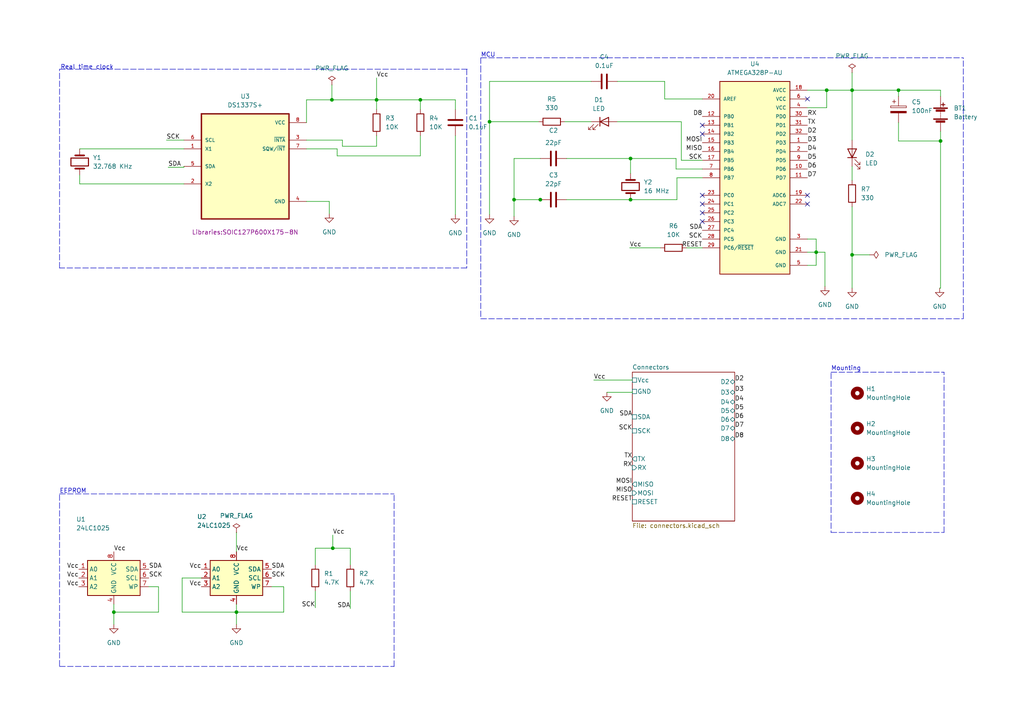
<source format=kicad_sch>
(kicad_sch (version 20211123) (generator eeschema)
  (paper "A4")
  (title_block (title "${project_name}") (date "2022-11-16") (rev "1"))
  (lib_symbols
    (symbol "ATMEGA328P-AU:ATMEGA328P-AU" (pin_names (offset 1.016))
      (property "Reference" "U4" (at 0 33.02 0))
      (property "Value" "ATMEGA328P-AU" (at 0 30.48 0))
      (symbol "ATMEGA328P-AU_0_0"
        (rectangle (start -10.16 -27.94) (end 10.16 27.94) (stroke (width 0.254)) (fill (type background)))
        (pin bidirectional line (at 15.24 10.16 180) (length 5.08) (name "PD3") (number "1"))
        (pin bidirectional line (at 15.24 2.54 180) (length 5.08) (name "PD6") (number "10"))
        (pin bidirectional line (at 15.24 0 180) (length 5.08) (name "PD7") (number "11"))
        (pin bidirectional line (at -15.24 17.78 0) (length 5.08) (name "PB0") (number "12"))
        (pin bidirectional line (at -15.24 15.24 0) (length 5.08) (name "PB1") (number "13"))
        (pin bidirectional line (at -15.24 12.7 0) (length 5.08) (name "PB2") (number "14"))
        (pin bidirectional line (at -15.24 10.16 0) (length 5.08) (name "PB3") (number "15"))
        (pin bidirectional line (at -15.24 7.62 0) (length 5.08) (name "PB4") (number "16"))
        (pin bidirectional line (at -15.24 5.08 0) (length 5.08) (name "PB5") (number "17"))
        (pin power_in line (at 15.24 25.4 180) (length 5.08) (name "AVCC") (number "18"))
        (pin bidirectional line (at 15.24 -5.08 180) (length 5.08) (name "ADC6") (number "19"))
        (pin bidirectional line (at 15.24 7.62 180) (length 5.08) (name "PD4") (number "2"))
        (pin input line (at -15.24 22.86 0) (length 5.08) (name "AREF") (number "20"))
        (pin power_in line (at 15.24 -21.59 180) (length 5.08) (name "GND") (number "21"))
        (pin bidirectional line (at 15.24 -7.62 180) (length 5.08) (name "ADC7") (number "22"))
        (pin bidirectional line (at -15.24 -5.08 0) (length 5.08) (name "PC0") (number "23"))
        (pin bidirectional line (at -15.24 -7.62 0) (length 5.08) (name "PC1") (number "24"))
        (pin bidirectional line (at -15.24 -10.16 0) (length 5.08) (name "PC2") (number "25"))
        (pin bidirectional line (at -15.24 -12.7 0) (length 5.08) (name "PC3") (number "26"))
        (pin bidirectional line (at -15.24 -15.24 0) (length 5.08) (name "PC4") (number "27"))
        (pin bidirectional line (at -15.24 -17.78 0) (length 5.08) (name "PC5") (number "28"))
        (pin bidirectional line (at -15.24 -20.32 0) (length 5.08) (name "PC6/~{RESET}") (number "29"))
        (pin power_in line (at 15.24 -17.78 180) (length 5.08) (name "GND") (number "3"))
        (pin bidirectional line (at 15.24 17.78 180) (length 5.08) (name "PD0") (number "30"))
        (pin bidirectional line (at 15.24 15.24 180) (length 5.08) (name "PD1") (number "31"))
        (pin bidirectional line (at 15.24 12.7 180) (length 5.08) (name "PD2") (number "32"))
        (pin power_in line (at 15.24 20.32 180) (length 5.08) (name "VCC") (number "4"))
        (pin power_in line (at 15.24 -25.4 180) (length 5.08) (name "GND") (number "5"))
        (pin power_in line (at 15.24 22.86 180) (length 5.08) (name "VCC") (number "6"))
        (pin bidirectional line (at -15.24 2.54 0) (length 5.08) (name "PB6") (number "7"))
        (pin bidirectional line (at -15.24 0 0) (length 5.08) (name "PB7") (number "8"))
        (pin bidirectional line (at 15.24 5.08 180) (length 5.08) (name "PD5") (number "9"))
      )
    )
    (symbol "DS1337S_:DS1337S+" (pin_names (offset 1.016))
      (property "Reference" "U" (at -12.7 16.2306 0))
      (property "Value" "DS1337S+" (at -12.7 -19.2278 0))
      (symbol "DS1337S+_0_0"
        (rectangle (start -12.7 -15.24) (end 12.7 15.24) (stroke (width 0.4064)) (fill (type background)))
        (pin input line (at -17.78 5.08 0) (length 5.08) (name "X1") (number "1"))
        (pin bidirectional line (at -17.78 -5.08 0) (length 5.08) (name "X2") (number "2"))
        (pin output line (at 17.78 7.62 180) (length 5.08) (name "~{INTA}") (number "3"))
        (pin power_in line (at 17.78 -10.16 180) (length 5.08) (name "GND") (number "4"))
        (pin bidirectional line (at -17.78 0 0) (length 5.08) (name "SDA") (number "5"))
        (pin input line (at -17.78 7.62 0) (length 5.08) (name "SCL") (number "6"))
        (pin output line (at 17.78 5.08 180) (length 5.08) (name "SQW/~{INT}") (number "7"))
        (pin power_in line (at 17.78 12.7 180) (length 5.08) (name "VCC") (number "8"))
      )
    )
    (symbol "Device:Battery" (pin_numbers hide) (pin_names (offset 0) hide)
      (property "Reference" "BT" (at 2.54 2.54 0))
      (property "Value" "Battery" (at 2.54 0 0))
      (symbol "Battery_0_1"
        (rectangle (start -2.032 -1.397) (end 2.032 -1.651) (fill (type outline)))
        (rectangle (start -2.032 1.778) (end 2.032 1.524) (fill (type outline)))
        (rectangle (start -1.3208 -1.9812) (end 1.27 -2.4892) (fill (type outline)))
        (rectangle (start -1.3208 1.1938) (end 1.27 0.6858) (fill (type outline)))
        (polyline (pts (xy 0 -1.524) (xy 0 -1.27)))
        (polyline (pts (xy 0 -1.016) (xy 0 -0.762)))
        (polyline (pts (xy 0 -0.508) (xy 0 -0.254)))
        (polyline (pts (xy 0 0) (xy 0 0.254)))
        (polyline (pts (xy 0 0.508) (xy 0 0.762)))
        (polyline (pts (xy 0 1.778) (xy 0 2.54)))
        (polyline (pts (xy 0.254 2.667) (xy 1.27 2.667)) (stroke (width 0.254)))
        (polyline (pts (xy 0.762 3.175) (xy 0.762 2.159)) (stroke (width 0.254)))
      )
      (symbol "Battery_1_1"
        (pin passive line (at 0 5.08 270) (length 2.54) (name "+") (number "1"))
        (pin passive line (at 0 -5.08 90) (length 2.54) (name "-") (number "2"))
      )
    )
    (symbol "Device:C" (pin_numbers hide) (pin_names (offset 0.254))
      (property "Reference" "C" (at 0.635 2.54 0))
      (property "Value" "C" (at 0.635 -2.54 0))
      (symbol "C_0_1"
        (polyline (pts (xy -2.032 -0.762) (xy 2.032 -0.762)) (stroke (width 0.508)))
        (polyline (pts (xy -2.032 0.762) (xy 2.032 0.762)) (stroke (width 0.508)))
      )
      (symbol "C_1_1"
        (pin passive line (at 0 3.81 270) (length 2.794) (name "~") (number "1"))
        (pin passive line (at 0 -3.81 90) (length 2.794) (name "~") (number "2"))
      )
    )
    (symbol "Device:C_Polarized" (pin_numbers hide) (pin_names (offset 0.254))
      (property "Reference" "C" (at 0.635 2.54 0))
      (property "Value" "C_Polarized" (at 0.635 -2.54 0))
      (symbol "C_Polarized_0_1"
        (rectangle (start -2.286 0.508) (end 2.286 1.016))
        (polyline (pts (xy -1.778 2.286) (xy -0.762 2.286)))
        (polyline (pts (xy -1.27 2.794) (xy -1.27 1.778)))
        (rectangle (start 2.286 -0.508) (end -2.286 -1.016) (fill (type outline)))
      )
      (symbol "C_Polarized_1_1"
        (pin passive line (at 0 3.81 270) (length 2.794) (name "~") (number "1"))
        (pin passive line (at 0 -3.81 90) (length 2.794) (name "~") (number "2"))
      )
    )
    (symbol "Device:Crystal" (pin_numbers hide) (pin_names (offset 1.016) hide)
      (property "Reference" "Y" (at 0 3.81 0))
      (property "Value" "Crystal" (at 0 -3.81 0))
      (symbol "Crystal_0_1"
        (rectangle (start -1.143 2.54) (end 1.143 -2.54) (stroke (width 0.3048)))
        (polyline (pts (xy -2.54 0) (xy -1.905 0)))
        (polyline (pts (xy -1.905 -1.27) (xy -1.905 1.27)) (stroke (width 0.508)))
        (polyline (pts (xy 1.905 -1.27) (xy 1.905 1.27)) (stroke (width 0.508)))
        (polyline (pts (xy 2.54 0) (xy 1.905 0)))
      )
      (symbol "Crystal_1_1"
        (pin passive line (at -3.81 0 0) (length 1.27) (name "1") (number "1"))
        (pin passive line (at 3.81 0 180) (length 1.27) (name "2") (number "2"))
      )
    )
    (symbol "Device:LED" (pin_numbers hide) (pin_names (offset 1.016) hide)
      (property "Reference" "D" (at 0 2.54 0))
      (property "Value" "LED" (at 0 -2.54 0))
      (symbol "LED_0_1"
        (polyline (pts (xy -1.27 -1.27) (xy -1.27 1.27)) (stroke (width 0.254)))
        (polyline (pts (xy -1.27 0) (xy 1.27 0)))
        (polyline (pts (xy 1.27 -1.27) (xy 1.27 1.27) (xy -1.27 0) (xy 1.27 -1.27)) (stroke (width 0.254)))
        (polyline (pts (xy -3.048 -0.762) (xy -4.572 -2.286) (xy -3.81 -2.286) (xy -4.572 -2.286) (xy -4.572 -1.524)))
        (polyline (pts (xy -1.778 -0.762) (xy -3.302 -2.286) (xy -2.54 -2.286) (xy -3.302 -2.286) (xy -3.302 -1.524)))
      )
      (symbol "LED_1_1"
        (pin passive line (at -3.81 0 0) (length 2.54) (name "K") (number "1"))
        (pin passive line (at 3.81 0 180) (length 2.54) (name "A") (number "2"))
      )
    )
    (symbol "Device:R" (pin_numbers hide) (pin_names (offset 0))
      (property "Reference" "R" (at 2.032 0 90))
      (property "Value" "R" (at 0 0 90))
      (symbol "R_0_1"
        (rectangle (start -1.016 -2.54) (end 1.016 2.54) (stroke (width 0.254)))
      )
      (symbol "R_1_1"
        (pin passive line (at 0 3.81 270) (length 1.27) (name "~") (number "1"))
        (pin passive line (at 0 -3.81 90) (length 1.27) (name "~") (number "2"))
      )
    )
    (symbol "Mechanical:MountingHole" (pin_names (offset 1.016))
      (property "Reference" "H" (at 0 5.08 0))
      (property "Value" "MountingHole" (at 0 3.175 0))
      (symbol "MountingHole_0_1"
        (circle (center 0 0) (radius 1.27) (stroke (width 1.27)))
      )
    )
    (symbol "Memory_EEPROM:24LC1025"
      (property "Reference" "U" (at -6.35 6.35 0))
      (property "Value" "24LC1025" (at 1.27 6.35 0))
      (symbol "24LC1025_1_1"
        (rectangle (start -7.62 5.08) (end 7.62 -5.08) (stroke (width 0.254)) (fill (type background)))
        (pin input line (at -10.16 2.54 0) (length 2.54) (name "A0") (number "1"))
        (pin input line (at -10.16 0 0) (length 2.54) (name "A1") (number "2"))
        (pin input line (at -10.16 -2.54 0) (length 2.54) (name "A2") (number "3"))
        (pin power_in line (at 0 -7.62 90) (length 2.54) (name "GND") (number "4"))
        (pin bidirectional line (at 10.16 2.54 180) (length 2.54) (name "SDA") (number "5"))
        (pin input line (at 10.16 0 180) (length 2.54) (name "SCL") (number "6"))
        (pin input line (at 10.16 -2.54 180) (length 2.54) (name "WP") (number "7"))
        (pin power_in line (at 0 7.62 270) (length 2.54) (name "VCC") (number "8"))
      )
    )
    (symbol "power:GND" (power) (pin_names (offset 0))
      (property "Value" "GND" (at 0 -3.81 0))
      (symbol "GND_0_1"
        (polyline (pts (xy 0 0) (xy 0 -1.27) (xy 1.27 -1.27) (xy 0 -2.54) (xy -1.27 -1.27) (xy 0 -1.27)))
      )
      (symbol "GND_1_1"
        (pin power_in line (at 0 0 270) (length 0) hide (name "GND") (number "1"))
      )
    )
    (symbol "power:PWR_FLAG" (power) (pin_numbers hide) (pin_names (offset 0) hide)
      (property "Value" "PWR_FLAG" (at 0 3.81 0))
      (symbol "PWR_FLAG_0_0"
        (pin power_out line (at 0 0 90) (length 0) (name "pwr") (number "1"))
      )
      (symbol "PWR_FLAG_0_1"
        (polyline (pts (xy 0 0) (xy 0 1.27) (xy -1.016 1.905) (xy 0 2.54) (xy 1.016 1.905) (xy 0 1.27)))
      )
    )
  )
  (junction (at 247.142 73.914))
  (junction (at 141.986 35.306))
  (junction (at 121.92 28.956))
  (junction (at 68.58 177.546))
  (junction (at 247.142 26.162))
  (junction (at 182.88 45.974))
  (junction (at 239.776 26.162))
  (junction (at 156.718 57.912))
  (junction (at 96.52 159.004))
  (junction (at 96.266 28.956))
  (junction (at 182.88 57.912))
  (junction (at 272.796 40.894))
  (junction (at 260.604 26.162))
  (junction (at 236.728 73.152))
  (junction (at 149.098 57.912))
  (junction (at 33.02 177.546))
  (junction (at 109.22 28.956))
  (no_connect (at 234.188 28.702))
  (no_connect (at 203.708 64.262))
  (no_connect (at 203.708 61.722))
  (no_connect (at 203.708 59.182))
  (no_connect (at 203.708 56.642))
  (no_connect (at 203.708 38.862))
  (no_connect (at 203.708 36.322))
  (no_connect (at 234.188 56.642))
  (no_connect (at 234.188 59.182))
  (wire (pts (xy 196.088 45.974) (xy 182.88 45.974)))
  (wire (pts (xy 82.296 177.546) (xy 68.58 177.546)))
  (wire (pts (xy 99.314 42.418) (xy 109.22 42.418)))
  (wire (pts (xy 45.974 170.18) (xy 45.974 177.546)))
  (wire (pts (xy 239.268 73.152) (xy 239.268 83.058)))
  (wire (pts (xy 260.604 40.894) (xy 272.796 40.894)))
  (wire (pts (xy 82.296 170.18) (xy 82.296 177.546)))
  (wire (pts (xy 163.83 35.306) (xy 171.45 35.306)))
  (wire (pts (xy 234.188 69.342) (xy 236.728 69.342)))
  (wire (pts (xy 236.728 69.342) (xy 236.728 73.152)))
  (wire (pts (xy 33.02 177.546) (xy 33.02 181.102)))
  (wire (pts (xy 96.266 28.956) (xy 109.22 28.956)))
  (wire (pts (xy 91.44 171.45) (xy 91.44 176.276)))
  (wire (pts (xy 149.098 57.912) (xy 156.718 57.912)))
  (polyline (pts (xy 139.446 16.764) (xy 279.4 16.764)))
  (wire (pts (xy 197.612 46.482) (xy 203.708 46.482)))
  (wire (pts (xy 192.786 28.702) (xy 192.786 23.622)))
  (wire (pts (xy 156.718 45.974) (xy 149.098 45.974)))
  (wire (pts (xy 121.92 28.956) (xy 132.08 28.956)))
  (wire (pts (xy 179.07 35.306) (xy 197.612 35.306)))
  (polyline (pts (xy 241.046 108.204) (xy 241.046 154.432)))
  (wire (pts (xy 121.92 28.956) (xy 121.92 31.75)))
  (wire (pts (xy 203.708 51.562) (xy 196.342 51.562)))
  (wire (pts (xy 199.136 71.882) (xy 203.708 71.882)))
  (wire (pts (xy 260.604 35.56) (xy 260.604 40.894)))
  (wire (pts (xy 91.44 159.004) (xy 96.52 159.004)))
  (wire (pts (xy 48.26 40.64) (xy 53.34 40.64)))
  (wire (pts (xy 109.22 42.418) (xy 109.22 39.37)))
  (wire (pts (xy 68.58 177.546) (xy 68.58 181.102)))
  (wire (pts (xy 43.18 170.18) (xy 45.974 170.18)))
  (wire (pts (xy 236.728 73.152) (xy 239.268 73.152)))
  (wire (pts (xy 171.45 23.622) (xy 141.986 23.622)))
  (polyline (pts (xy 17.272 143.256) (xy 114.3 143.256)))
  (wire (pts (xy 109.22 22.606) (xy 109.22 28.956)))
  (wire (pts (xy 272.796 40.894) (xy 272.796 83.566)))
  (polyline (pts (xy 17.272 77.724) (xy 17.272 20.066)))
  (wire (pts (xy 121.92 45.212) (xy 121.92 39.37)))
  (polyline (pts (xy 114.3 193.294) (xy 114.3 143.256)))
  (wire (pts (xy 272.796 26.162) (xy 272.796 27.94)))
  (polyline (pts (xy 273.812 154.432) (xy 273.812 107.95)))
  (wire (pts (xy 164.338 57.912) (xy 182.88 57.912)))
  (wire (pts (xy 183.388 113.792) (xy 183.388 113.538)))
  (wire (pts (xy 52.832 177.546) (xy 68.58 177.546)))
  (polyline (pts (xy 139.446 92.456) (xy 279.4 92.456)))
  (wire (pts (xy 91.44 163.83) (xy 91.44 159.004)))
  (wire (pts (xy 247.142 40.64) (xy 247.142 26.162)))
  (wire (pts (xy 172.212 110.236) (xy 183.388 110.236)))
  (wire (pts (xy 45.974 177.546) (xy 33.02 177.546)))
  (wire (pts (xy 23.114 50.8) (xy 23.114 53.34)))
  (wire (pts (xy 132.08 39.37) (xy 132.08 62.23)))
  (polyline (pts (xy 17.272 143.51) (xy 17.272 193.294)))
  (wire (pts (xy 141.986 23.622) (xy 141.986 35.306)))
  (wire (pts (xy 156.21 35.306) (xy 141.986 35.306)))
  (wire (pts (xy 156.718 57.912) (xy 156.972 57.912)))
  (wire (pts (xy 176.022 113.792) (xy 183.388 113.792)))
  (wire (pts (xy 88.9 28.956) (xy 96.266 28.956)))
  (wire (pts (xy 247.142 48.26) (xy 247.142 52.324)))
  (wire (pts (xy 68.58 154.432) (xy 68.58 160.02)))
  (polyline (pts (xy 135.382 77.724) (xy 17.272 77.724)))
  (polyline (pts (xy 17.272 20.066) (xy 135.636 20.066)))
  (wire (pts (xy 164.338 45.974) (xy 182.88 45.974)))
  (polyline (pts (xy 139.446 19.304) (xy 139.446 92.456)))
  (wire (pts (xy 260.604 26.162) (xy 272.796 26.162)))
  (wire (pts (xy 53.34 48.514) (xy 53.34 48.26)))
  (polyline (pts (xy 139.446 16.764) (xy 139.446 19.304)))
  (wire (pts (xy 203.708 28.702) (xy 192.786 28.702)))
  (wire (pts (xy 272.796 38.1) (xy 272.796 40.894)))
  (wire (pts (xy 239.776 26.162) (xy 247.142 26.162)))
  (wire (pts (xy 101.6 171.45) (xy 101.6 176.53)))
  (wire (pts (xy 97.79 45.212) (xy 121.92 45.212)))
  (wire (pts (xy 247.142 73.914) (xy 247.142 83.566)))
  (wire (pts (xy 52.832 167.64) (xy 52.832 177.546)))
  (wire (pts (xy 141.986 35.306) (xy 141.986 62.23)))
  (wire (pts (xy 247.142 21.082) (xy 247.142 26.162)))
  (wire (pts (xy 33.02 175.26) (xy 33.02 177.546)))
  (wire (pts (xy 132.08 28.956) (xy 132.08 31.75)))
  (wire (pts (xy 97.79 43.18) (xy 97.79 45.212)))
  (wire (pts (xy 234.188 31.242) (xy 239.776 31.242)))
  (wire (pts (xy 192.786 23.622) (xy 179.07 23.622)))
  (polyline (pts (xy 135.382 20.066) (xy 135.382 77.724)))
  (wire (pts (xy 247.142 73.914) (xy 252.222 73.914)))
  (wire (pts (xy 99.314 40.64) (xy 99.314 42.418)))
  (wire (pts (xy 149.098 57.912) (xy 149.098 62.738)))
  (wire (pts (xy 109.22 31.75) (xy 109.22 28.956)))
  (polyline (pts (xy 279.4 92.456) (xy 279.4 16.764)))
  (wire (pts (xy 247.142 26.162) (xy 260.604 26.162)))
  (wire (pts (xy 197.612 35.306) (xy 197.612 46.482)))
  (wire (pts (xy 68.58 175.26) (xy 68.58 177.546)))
  (wire (pts (xy 260.604 26.162) (xy 260.604 27.94)))
  (wire (pts (xy 234.188 76.962) (xy 236.728 76.962)))
  (wire (pts (xy 96.52 159.004) (xy 101.6 159.004)))
  (wire (pts (xy 203.708 49.022) (xy 196.088 49.022)))
  (wire (pts (xy 272.796 83.566) (xy 272.542 83.566)))
  (wire (pts (xy 234.188 73.152) (xy 236.728 73.152)))
  (wire (pts (xy 78.74 170.18) (xy 82.296 170.18)))
  (wire (pts (xy 88.9 58.42) (xy 95.504 58.42)))
  (polyline (pts (xy 241.046 107.95) (xy 273.812 107.95)))
  (wire (pts (xy 95.504 58.42) (xy 95.504 61.976)))
  (wire (pts (xy 149.098 45.974) (xy 149.098 57.912)))
  (wire (pts (xy 196.342 51.562) (xy 196.342 57.912)))
  (wire (pts (xy 182.626 71.882) (xy 191.516 71.882)))
  (polyline (pts (xy 241.046 154.432) (xy 273.812 154.432)))
  (wire (pts (xy 196.342 57.912) (xy 182.88 57.912)))
  (polyline (pts (xy 17.272 193.294) (xy 114.3 193.294)))
  (wire (pts (xy 58.42 167.64) (xy 52.832 167.64)))
  (wire (pts (xy 196.088 49.022) (xy 196.088 45.974)))
  (wire (pts (xy 247.142 59.944) (xy 247.142 73.914)))
  (wire (pts (xy 101.6 159.004) (xy 101.6 163.83)))
  (wire (pts (xy 23.114 43.18) (xy 53.34 43.18)))
  (wire (pts (xy 88.9 28.956) (xy 88.9 35.56)))
  (wire (pts (xy 48.768 48.514) (xy 53.34 48.514)))
  (wire (pts (xy 109.22 28.956) (xy 121.92 28.956)))
  (wire (pts (xy 182.88 45.974) (xy 182.88 50.292)))
  (wire (pts (xy 96.266 24.638) (xy 96.266 28.956)))
  (wire (pts (xy 239.776 31.242) (xy 239.776 26.162)))
  (wire (pts (xy 234.188 26.162) (xy 239.776 26.162)))
  (wire (pts (xy 88.9 43.18) (xy 97.79 43.18)))
  (wire (pts (xy 236.728 76.962) (xy 236.728 73.152)))
  (wire (pts (xy 23.114 53.34) (xy 53.34 53.34)))
  (wire (pts (xy 96.52 155.194) (xy 96.52 159.004)))
  (wire (pts (xy 88.9 40.64) (xy 99.314 40.64)))
  (text "Mounting" (at 241.046 107.696 0) (effects (font (size 1.27 1.27)) (justify left bottom)))
  (text "EEPROM" (at 17.272 143.256 0) (effects (font (size 1.27 1.27)) (justify left bottom)))
  (text "MCU" (at 139.446 16.764 0) (effects (font (size 1.27 1.27)) (justify left bottom)))
  (text "Real time clock" (at 17.526 20.32 0) (effects (font (size 1.27 1.27)) (justify left bottom)))
  (label "Vcc" (at 172.212 110.236 0))
  (label "D7" (at 234.188 51.562 0))
  (label "D2" (at 213.106 110.744 0))
  (label "SCK" (at 183.388 124.968 180))
  (label "SDA" (at 203.708 66.802 180))
  (label "SDA" (at 101.6 176.53 180))
  (label "Vcc" (at 109.22 22.606 0))
  (label "RX" (at 234.188 33.782 0))
  (label "D6" (at 234.188 49.022 0))
  (label "D8" (at 203.708 33.782 180))
  (label "SDA" (at 48.768 48.514 0))
  (label "D3" (at 213.106 113.792 0))
  (label "Vcc" (at 96.52 155.194 0))
  (label "SDA" (at 78.74 165.1 0))
  (label "TX" (at 183.388 133.096 180))
  (label "SCK" (at 78.74 167.64 0))
  (label "MISO" (at 183.388 143.002 180))
  (label "Vcc" (at 182.626 71.882 0))
  (label "SCK" (at 48.26 40.64 0))
  (label "MISO" (at 203.708 43.942 180))
  (label "MOSI" (at 203.708 41.402 180))
  (label "TX" (at 234.188 36.322 0))
  (label "RESET" (at 183.388 145.542 180))
  (label "D2" (at 234.188 38.862 0))
  (label "Vcc" (at 68.58 160.02 0))
  (label "D4" (at 213.106 116.586 0))
  (label "D7" (at 213.106 124.206 0))
  (label "SCK" (at 203.708 69.342 180))
  (label "Vcc" (at 33.02 160.02 0))
  (label "D5" (at 234.188 46.482 0))
  (label "Vcc" (at 22.86 165.1 180))
  (label "SCK" (at 203.708 46.482 180))
  (label "Vcc" (at 22.86 167.64 180))
  (label "SCK" (at 91.44 176.276 180))
  (label "SDA" (at 183.388 120.904 180))
  (label "SDA" (at 43.18 165.1 0))
  (label "D5" (at 213.106 119.126 0))
  (label "SCK" (at 43.18 167.64 0))
  (label "D6" (at 213.106 121.666 0))
  (label "Vcc" (at 22.86 170.18 180))
  (label "MOSI" (at 183.388 140.462 180))
  (label "Vcc" (at 58.42 165.1 180))
  (label "D3" (at 234.188 41.402 0))
  (label "RX" (at 183.388 135.636 180))
  (label "Vcc" (at 58.42 170.18 180))
  (label "D4" (at 234.188 43.942 0))
  (label "D8" (at 213.106 127.254 0))
  (label "RESET" (at 203.708 71.882 180))
  (symbol (lib_id "power:GND") (at 239.268 83.058 0) (unit 1)
    (property "Reference" "#PWR08" (effects hide))
    (property "Value" "GND" (at 239.268 88.392 0))
  )
  (symbol (lib_id "power:GND") (at 247.142 83.566 0) (unit 1)
    (property "Reference" "#PWR09" (effects hide))
    (property "Value" "GND" (at 247.142 88.9 0))
  )
  (symbol (lib_id "Device:R") (at 195.326 71.882 90) (unit 1)
    (property "Reference" "R6" (at 195.326 65.532 90))
    (property "Value" "10K" (at 195.326 68.072 90))
    (property "Footprint" "Resistor_SMD:R_0805_2012Metric" (effects hide))
  )
  (symbol (lib_id "power:GND") (at 132.08 62.23 0) (unit 1)
    (property "Reference" "#PWR04" (effects hide))
    (property "Value" "GND" (at 132.08 67.564 0))
  )
  (symbol (lib_id "DS1337S_:DS1337S+") (at 71.12 48.26 0) (unit 1)
    (property "Reference" "U3" (at 71.12 27.94 0))
    (property "Value" "DS1337S+" (at 71.12 30.48 0))
    (property "Footprint" "Libraries:SOIC127P600X175-8N" (at 55.626 68.072 0) (effects (justify left bottom)))
  )
  (symbol (lib_id "Memory_EEPROM:24LC1025") (at 68.58 167.64 0) (unit 1)
    (property "Reference" "U2" (at 57.15 149.86 0) (effects (justify left)))
    (property "Value" "24LC1025" (at 57.15 152.4 0) (effects (justify left)))
    (property "Footprint" "Package_SO:SOIC-8_5.23x5.23mm_P1.27mm" (effects hide))
    (property "Datasheet" "http://ww1.microchip.com/downloads/en/DeviceDoc/21941B.pdf" (effects hide))
  )
  (symbol (lib_id "Memory_EEPROM:24LC1025") (at 33.02 167.64 0) (unit 1)
    (property "Reference" "U1" (at 22.098 150.622 0) (effects (justify left)))
    (property "Value" "24LC1025" (at 22.098 153.162 0) (effects (justify left)))
    (property "Footprint" "Package_SO:SOIC-8_5.23x5.23mm_P1.27mm" (effects hide))
    (property "Datasheet" "http://ww1.microchip.com/downloads/en/DeviceDoc/21941B.pdf" (effects hide))
  )
  (symbol (lib_id "power:GND") (at 141.986 62.23 0) (unit 1)
    (property "Reference" "#PWR05" (effects hide))
    (property "Value" "GND" (at 141.986 67.564 0))
  )
  (symbol (lib_id "Device:R") (at 247.142 56.134 0) (unit 1)
    (property "Reference" "R7" (at 249.682 54.8639 0) (effects (justify left)))
    (property "Value" "330" (at 249.682 57.4039 0) (effects (justify left)))
    (property "Footprint" "Resistor_SMD:R_0805_2012Metric" (effects hide))
  )
  (symbol (lib_id "Device:C") (at 160.528 45.974 270) (unit 1)
    (property "Reference" "C2" (at 160.528 37.846 90))
    (property "Value" "22pF" (at 160.528 41.402 90))
    (property "Footprint" "Capacitor_SMD:C_0805_2012Metric" (effects hide))
  )
  (symbol (lib_id "ATMEGA328P-AU:ATMEGA328P-AU") (at 218.948 51.562 0) (unit 1)
    (property "Reference" "U4" (at 218.948 18.542 0))
    (property "Value" "ATMEGA328P-AU" (at 218.948 21.082 0))
    (property "Footprint" "Libraries:QFP80P900X900X120-32N" (effects hide))
    (property "MANUFACTURER" "Atmel" (effects hide))
  )
  (symbol (lib_id "power:PWR_FLAG") (at 252.222 73.914 270) (unit 1)
    (property "Reference" "#FLG03" (effects hide))
    (property "Value" "PWR_FLAG" (at 256.54 73.9139 90) (effects (justify left)))
  )
  (symbol (lib_id "Device:Crystal") (at 182.88 54.102 90) (unit 1)
    (property "Reference" "Y2" (at 186.69 52.8319 90) (effects (justify right)))
    (property "Value" "16 MHz" (at 186.69 55.3719 90) (effects (justify right)))
    (property "Footprint" "Crystal:Crystal_SMD_5032-2Pin_5.0x3.2mm_HandSoldering" (effects hide))
  )
  (symbol (lib_id "power:GND") (at 272.542 83.566 0) (unit 1)
    (property "Reference" "#PWR010" (effects hide))
    (property "Value" "GND" (at 272.542 88.9 0))
  )
  (symbol (lib_id "power:GND") (at 33.02 181.102 0) (unit 1)
    (property "Reference" "#PWR01" (effects hide))
    (property "Value" "GND" (at 33.02 186.436 0))
  )
  (symbol (lib_id "Device:Crystal") (at 23.114 46.99 90) (unit 1)
    (property "Reference" "Y1" (at 26.924 45.7199 90) (effects (justify right)))
    (property "Value" "32.768 KHz" (at 26.924 48.2599 90) (effects (justify right)))
    (property "Footprint" "Crystal:Crystal_SMD_5032-2Pin_5.0x3.2mm_HandSoldering" (effects hide))
  )
  (symbol (lib_id "power:PWR_FLAG") (at 247.142 21.082 0) (unit 1)
    (property "Reference" "#FLG02" (effects hide))
    (property "Value" "PWR_FLAG" (at 247.142 16.256 0))
  )
  (symbol (lib_id "Device:R") (at 91.44 167.64 0) (unit 1)
    (property "Reference" "R1" (at 93.98 166.3699 0) (effects (justify left)))
    (property "Value" "4.7K" (at 93.98 168.9099 0) (effects (justify left)))
    (property "Footprint" "Resistor_SMD:R_0805_2012Metric" (effects hide))
  )
  (symbol (lib_id "Device:C_Polarized") (at 260.604 31.75 0) (unit 1)
    (property "Reference" "C5" (at 264.414 29.5909 0) (effects (justify left)))
    (property "Value" "100nF" (at 264.414 32.1309 0) (effects (justify left)))
    (property "Footprint" "Capacitor_SMD:C_0805_2012Metric" (effects hide))
  )
  (symbol (lib_id "power:GND") (at 95.504 61.976 0) (unit 1)
    (property "Reference" "#PWR03" (effects hide))
    (property "Value" "GND" (at 95.504 67.31 0))
  )
  (symbol (lib_id "Mechanical:MountingHole") (at 248.666 144.526 0) (unit 1)
    (property "Reference" "H4" (at 251.206 143.2559 0) (effects (justify left)))
    (property "Value" "MountingHole" (at 251.206 145.7959 0) (effects (justify left)))
    (property "Footprint" "MountingHole:MountingHole_2.1mm" (effects hide))
  )
  (symbol (lib_id "Device:LED") (at 247.142 44.45 90) (unit 1)
    (property "Reference" "D2" (at 250.952 44.7674 90) (effects (justify right)))
    (property "Value" "LED" (at 250.952 47.3074 90) (effects (justify right)))
    (property "Footprint" "LED_SMD:LED_0805_2012Metric" (effects hide))
  )
  (symbol (lib_id "Device:Battery") (at 272.796 33.02 0) (unit 1)
    (property "Reference" "BT1" (at 276.606 31.3689 0) (effects (justify left)))
    (property "Value" "Battery" (at 276.606 33.9089 0) (effects (justify left)))
    (property "Footprint" "Connector_PinHeader_2.54mm:PinHeader_1x02_P2.54mm_Vertical" (effects hide))
  )
  (symbol (lib_id "Device:C") (at 160.528 57.912 90) (unit 1)
    (property "Reference" "C3" (at 160.528 50.8 90))
    (property "Value" "22pF" (at 160.528 53.34 90))
    (property "Footprint" "Capacitor_SMD:C_0805_2012Metric" (effects hide))
  )
  (symbol (lib_id "Mechanical:MountingHole") (at 248.666 114.046 0) (unit 1)
    (property "Reference" "H1" (at 251.206 112.7759 0) (effects (justify left)))
    (property "Value" "MountingHole" (at 251.206 115.3159 0) (effects (justify left)))
    (property "Footprint" "MountingHole:MountingHole_2.1mm" (effects hide))
  )
  (symbol (lib_id "Device:R") (at 109.22 35.56 0) (unit 1)
    (property "Reference" "R3" (at 111.76 34.2899 0) (effects (justify left)))
    (property "Value" "10K" (at 111.76 36.8299 0) (effects (justify left)))
    (property "Footprint" "Resistor_SMD:R_0805_2012Metric" (effects hide))
  )
  (symbol (lib_id "Device:R") (at 160.02 35.306 90) (unit 1)
    (property "Reference" "R5" (at 160.02 28.7415 90))
    (property "Value" "330" (at 160.02 31.2815 90))
    (property "Footprint" "Resistor_SMD:R_0805_2012Metric" (effects hide))
  )
  (symbol (lib_id "power:GND") (at 68.58 181.102 0) (unit 1)
    (property "Reference" "#PWR02" (effects hide))
    (property "Value" "GND" (at 68.58 186.436 0))
  )
  (symbol (lib_id "Mechanical:MountingHole") (at 248.666 134.366 0) (unit 1)
    (property "Reference" "H3" (at 251.206 133.0959 0) (effects (justify left)))
    (property "Value" "MountingHole" (at 251.206 135.6359 0) (effects (justify left)))
    (property "Footprint" "MountingHole:MountingHole_2.1mm" (effects hide))
  )
  (symbol (lib_id "Device:C") (at 132.08 35.56 0) (unit 1)
    (property "Reference" "C1" (at 135.89 34.2899 0) (effects (justify left)))
    (property "Value" "0.1uF" (at 135.89 36.8299 0) (effects (justify left)))
    (property "Footprint" "Capacitor_SMD:C_0805_2012Metric" (effects hide))
  )
  (symbol (lib_id "power:PWR_FLAG") (at 96.266 24.638 0) (unit 1)
    (property "Reference" "#FLG0101" (effects hide))
    (property "Value" "PWR_FLAG" (at 96.266 19.812 0))
  )
  (symbol (lib_id "power:PWR_FLAG") (at 68.58 154.432 0) (unit 1)
    (property "Reference" "#FLG01" (effects hide))
    (property "Value" "PWR_FLAG" (at 68.58 149.606 0))
  )
  (symbol (lib_id "Device:R") (at 101.6 167.64 0) (unit 1)
    (property "Reference" "R2" (at 104.14 166.3699 0) (effects (justify left)))
    (property "Value" "4.7K" (at 104.14 168.9099 0) (effects (justify left)))
    (property "Footprint" "Resistor_SMD:R_0805_2012Metric" (effects hide))
  )
  (symbol (lib_id "power:GND") (at 149.098 62.738 0) (unit 1)
    (property "Reference" "#PWR06" (effects hide))
    (property "Value" "GND" (at 149.098 68.072 0))
  )
  (symbol (lib_id "Device:C") (at 175.26 23.622 90) (unit 1)
    (property "Reference" "C4" (at 175.26 16.51 90))
    (property "Value" "0.1uF" (at 175.26 19.05 90))
    (property "Footprint" "Capacitor_SMD:C_0805_2012Metric" (effects hide))
  )
  (symbol (lib_id "Device:LED") (at 175.26 35.306 0) (unit 1)
    (property "Reference" "D1" (at 173.6725 28.956 0))
    (property "Value" "LED" (at 173.6725 31.496 0))
    (property "Footprint" "LED_SMD:LED_0805_2012Metric" (effects hide))
  )
  (symbol (lib_id "power:GND") (at 176.022 113.792 0) (unit 1)
    (property "Reference" "#PWR07" (effects hide))
    (property "Value" "GND" (at 176.022 119.126 0))
  )
  (symbol (lib_id "Device:R") (at 121.92 35.56 0) (unit 1)
    (property "Reference" "R4" (at 124.46 34.2899 0) (effects (justify left)))
    (property "Value" "10K" (at 124.46 36.8299 0) (effects (justify left)))
    (property "Footprint" "Resistor_SMD:R_0805_2012Metric" (effects hide))
  )
  (symbol (lib_id "Mechanical:MountingHole") (at 248.666 124.206 0) (unit 1)
    (property "Reference" "H2" (at 251.206 122.9359 0) (effects (justify left)))
    (property "Value" "MountingHole" (at 251.206 125.4759 0) (effects (justify left)))
    (property "Footprint" "MountingHole:MountingHole_2.1mm" (effects hide))
  )
  (sheet (at 183.388 107.95) (size 29.718 43.18) (stroke (width 0.1524))
    (property "Sheet name" "Connectors" (at 183.388 107.2384 0) (effects (justify left bottom)))
    (property "Sheet file" "connectors.kicad_sch" (at 183.388 151.7146 0) (effects (justify left top)))
    (pin "Vcc" passive (at 183.388 110.236 180))
    (pin "GND" passive (at 183.388 113.538 180))
    (pin "SDA" passive (at 183.388 120.904 180))
    (pin "SCK" passive (at 183.388 124.968 180))
    (pin "RX" input (at 183.388 135.636 180))
    (pin "TX" output (at 183.388 133.096 180))
    (pin "D4" bidirectional (at 213.106 116.586 0))
    (pin "D2" bidirectional (at 213.106 110.744 0))
    (pin "D3" bidirectional (at 213.106 113.792 0))
    (pin "D5" bidirectional (at 213.106 119.126 0))
    (pin "MISO" output (at 183.388 140.462 180))
    (pin "RESET" passive (at 183.388 145.542 180))
    (pin "D7" bidirectional (at 213.106 124.206 0))
    (pin "D6" bidirectional (at 213.106 121.666 0))
    (pin "D8" bidirectional (at 213.106 127.254 0))
    (pin "MOSI" input (at 183.388 143.002 180))
  )
)
</source>
